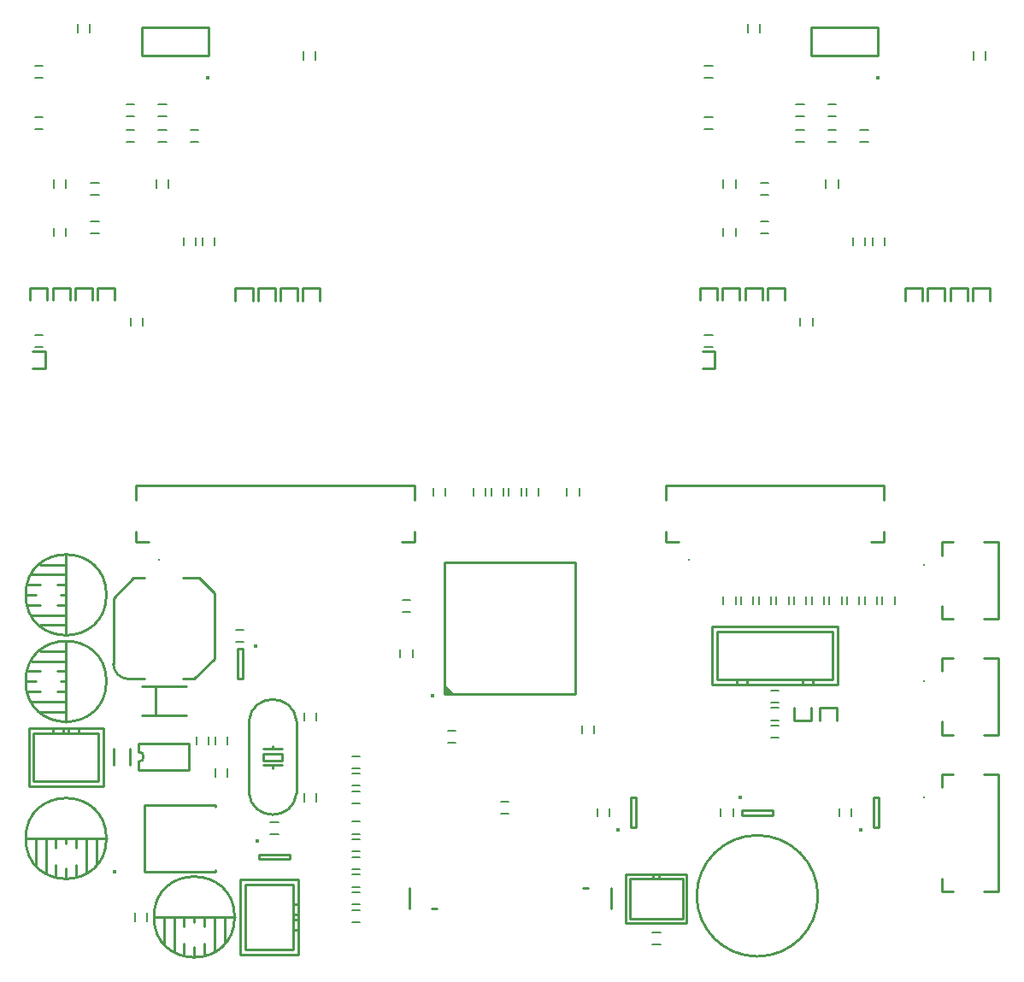
<source format=gbr>
G04 DipTrace 3.2.0.1*
G04 Íèæíÿÿìàðêèðîâêà.gbr*
%MOIN*%
G04 #@! TF.FileFunction,Legend,Bot*
G04 #@! TF.Part,Single*
%ADD10C,0.009843*%
%ADD20C,0.007874*%
%ADD26C,0.015408*%
%ADD29C,0.016398*%
%ADD41C,0.015422*%
%ADD43C,0.015404*%
%ADD45C,0.011811*%
%ADD48O,0.011707X0.011811*%
%ADD51C,0.011887*%
%ADD52C,0.011811*%
%ADD55C,0.015403*%
%FSLAX26Y26*%
G04*
G70*
G90*
G75*
G01*
G04 BotSilk*
%LPD*%
X2696850Y285433D2*
D10*
G02X2696850Y285433I236220J0D01*
G01*
X1383854Y574801D2*
D20*
X1352367D1*
X1383854Y527561D2*
X1352367D1*
Y714569D2*
X1383854D1*
X1352367Y761809D2*
X1383854D1*
X1352367Y645671D2*
X1383854D1*
X1352367Y692911D2*
X1383854D1*
Y230313D2*
X1352367D1*
X1383854Y183073D2*
X1352367D1*
X1383854Y299211D2*
X1352367D1*
X1383854Y251970D2*
X1352367D1*
X1383854Y368108D2*
X1352367D1*
X1383854Y320868D2*
X1352367D1*
X1383854Y437006D2*
X1352367D1*
X1383854Y389766D2*
X1352367D1*
X1383854Y505904D2*
X1352367D1*
X1383854Y458663D2*
X1352367D1*
X1383854Y830707D2*
X1352367D1*
X1383854Y783467D2*
X1352367D1*
X744884Y906246D2*
Y874759D1*
X792124Y906246D2*
Y874759D1*
X79766Y1121753D2*
D10*
G02X79766Y1121753I157480J0D01*
G01*
X237247Y1279234D2*
Y964273D1*
Y1161123D2*
X201814D1*
X237247Y1200493D2*
X103388D1*
X79766Y1121753D2*
X119136D1*
X134885Y1161123D2*
X87640D1*
X217562Y1121753D2*
X237247D1*
Y1082383D2*
X201814D1*
X237247Y1239864D2*
X134885D1*
X237247Y1043013D2*
X103388D1*
X134885Y1082383D2*
X87640D1*
X237247Y1003643D2*
X134885D1*
X79766Y1459251D2*
G02X79766Y1459251I157480J0D01*
G01*
X237247Y1616731D2*
Y1301770D1*
Y1498621D2*
X201814D1*
X237247Y1537991D2*
X103388D1*
X79766Y1459251D2*
X119136D1*
X134885Y1498621D2*
X87640D1*
X217562Y1459251D2*
X237247D1*
Y1419881D2*
X201814D1*
X237247Y1577361D2*
X134885D1*
X237247Y1380510D2*
X103388D1*
X134885Y1419881D2*
X87640D1*
X237247Y1341140D2*
X134885D1*
X79774Y509251D2*
G02X79774Y509251I157480J0D01*
G01*
X394735D1*
X197885D2*
Y473818D1*
X158514Y509251D2*
Y375392D1*
X237255Y351770D2*
Y391140D1*
X197885Y406888D2*
Y359644D1*
X237255Y489566D2*
Y509251D1*
X276625D2*
Y473818D1*
X119144Y509251D2*
Y406888D1*
X315995Y509251D2*
Y375392D1*
X276625Y406888D2*
Y359644D1*
X355365Y509251D2*
Y406888D1*
X554624Y187259D2*
D20*
Y218746D1*
X507384Y187259D2*
Y218746D1*
X579773Y203003D2*
D10*
G02X579773Y203003I157480J0D01*
G01*
X894734D1*
X697883D2*
Y167570D1*
X658513Y203003D2*
Y69144D1*
X737253Y45522D2*
Y84892D1*
X697883Y100640D2*
Y53396D1*
X737253Y183318D2*
Y203003D1*
X776623D2*
Y167570D1*
X619143Y203003D2*
Y100640D1*
X815993Y203003D2*
Y69144D1*
X776623Y100640D2*
Y53396D1*
X855364Y203003D2*
Y100640D1*
X1167325Y999995D2*
D20*
Y968509D1*
X1214565Y999995D2*
Y968509D1*
Y653548D2*
Y685035D1*
X1167325Y653548D2*
Y685035D1*
X2917321Y1421265D2*
Y1452751D1*
X2870081Y1421265D2*
Y1452751D1*
X3055116Y1421265D2*
Y1452751D1*
X3007876Y1421265D2*
Y1452751D1*
X3192911Y1421265D2*
Y1452751D1*
X3145671Y1421265D2*
Y1452751D1*
X3330707Y1421265D2*
Y1452751D1*
X3283467Y1421265D2*
Y1452751D1*
X3468502Y1421265D2*
Y1452751D1*
X3421262Y1421265D2*
Y1452751D1*
X1826774Y1875980D2*
Y1844493D1*
X1874014Y1875980D2*
Y1844493D1*
X1895671Y1875980D2*
Y1844493D1*
X1942911Y1875980D2*
Y1844493D1*
X1757869Y929132D2*
X1726383D1*
X1757869Y881892D2*
X1726383D1*
X1588581Y1214572D2*
Y1246058D1*
X1541341Y1214572D2*
Y1246058D1*
X1580704Y1440943D2*
X1549217D1*
X1580704Y1393703D2*
X1549217D1*
X1669293Y1875980D2*
Y1844493D1*
X1716533Y1875980D2*
Y1844493D1*
X2190947Y1875980D2*
Y1844493D1*
X2238187Y1875980D2*
Y1844493D1*
X2297242Y919296D2*
Y950783D1*
X2250002Y919296D2*
Y950783D1*
X1964562Y653541D2*
X1933076D1*
X1964562Y606301D2*
X1933076D1*
X542786Y379326D2*
D10*
Y639168D1*
X818375Y379326D2*
X542786D1*
X818375D2*
Y387191D1*
Y639168D2*
X542786D1*
X818375D2*
Y631303D1*
D26*
X427840Y380259D3*
X1712567Y1072803D2*
D10*
X2224441D1*
Y1584677D1*
X1712567D1*
Y1072803D1*
G36*
D2*
Y1108276D1*
Y1072803D1*
G37*
G36*
D2*
Y1112224D1*
X1751988Y1072803D1*
X1712567D1*
G37*
D29*
X1664947Y1067348D3*
X520077Y879190D2*
D10*
X716931D1*
X520077Y776813D2*
X716931D1*
Y879190D2*
Y776813D1*
X520077Y847696D2*
Y879190D1*
Y808307D2*
Y776813D1*
Y847696D2*
G02X520077Y808307I-9J-19694D01*
G01*
X1574744Y235999D2*
Y314875D1*
X1663304Y235999D2*
X1683063D1*
X2362264Y314875D2*
Y235999D1*
X2273703Y314875D2*
X2253945D1*
X2527742Y370070D2*
X2551382D1*
Y354216D1*
X2527742D1*
Y370070D1*
X2437065Y354216D2*
X2641707D1*
Y196658D1*
X2437065D1*
Y354216D1*
X2421187Y370070D2*
X2657584D1*
Y181000D1*
X2421187D1*
Y370070D1*
X421539Y1446106D2*
X500317Y1524856D1*
X421539Y1190220D2*
G03X480623Y1131147I60367J1294D01*
G01*
X736652D2*
X815430Y1209897D1*
Y1465783D2*
X756347Y1524856D1*
X421539Y1190220D2*
Y1446106D1*
X815430Y1209897D2*
Y1465783D1*
X693324Y1131147D2*
X736652D1*
X543645D2*
X480623D1*
X500317Y1524856D2*
X543645D1*
X756347D2*
X693324D1*
X2555113Y141730D2*
D20*
X2523627D1*
X2555113Y94490D2*
X2523627D1*
X2356297Y594493D2*
Y625980D1*
X2309057Y594493D2*
Y625980D1*
X867124Y874759D2*
Y906246D1*
X819884Y874759D2*
Y906246D1*
X867124Y749758D2*
Y781245D1*
X819884Y749758D2*
Y781245D1*
X487501Y796509D2*
D10*
Y859493D1*
X424507Y796509D2*
Y859493D1*
X3017712Y1017715D2*
D20*
X2986225D1*
X3017712Y970474D2*
X2986225D1*
X3017712Y948817D2*
X2986225D1*
X3017712Y901577D2*
X2986225D1*
X3017712Y1086612D2*
X2986225D1*
X3017712Y1039372D2*
X2986225D1*
X3301179Y594493D2*
Y625980D1*
X3253939Y594493D2*
Y625980D1*
X2801183Y1452751D2*
Y1421265D1*
X2848423Y1452751D2*
Y1421265D1*
X2938978Y1452751D2*
Y1421265D1*
X2986219Y1452751D2*
Y1421265D1*
X3076774Y1452751D2*
Y1421265D1*
X3124014Y1452751D2*
Y1421265D1*
X3214569Y1452751D2*
Y1421265D1*
X3261809Y1452751D2*
Y1421265D1*
X3352364Y1452751D2*
Y1421265D1*
X3399604Y1452751D2*
Y1421265D1*
X2011809Y1844493D2*
Y1875980D1*
X1964569Y1844493D2*
Y1875980D1*
X2080707Y1844493D2*
Y1875980D1*
X2033467Y1844493D2*
Y1875980D1*
X931098Y1322833D2*
X899611D1*
X931098Y1275593D2*
X899611D1*
X1065498Y573965D2*
X1034011D1*
X1065498Y526725D2*
X1034011D1*
X2838581Y594493D2*
Y625980D1*
X2791341Y594493D2*
Y625980D1*
X531891Y989661D2*
D10*
X705117D1*
X531891Y1103837D2*
X705117D1*
X585035Y989661D2*
Y1103837D1*
X3175191Y1017717D2*
Y970454D1*
X3242131Y1017717D2*
Y970454D1*
X3177169Y1017717D2*
X3242124D1*
X3143706Y970472D2*
Y1017735D1*
X3076766Y970472D2*
Y1017735D1*
X3141729Y970472D2*
X3076773D1*
D41*
X975339Y1259195D3*
X925197Y1249995D2*
D10*
Y1131890D1*
X905512D1*
Y1249995D1*
X925197D1*
D41*
X2390803Y541986D3*
X2440945Y551186D2*
D10*
Y669291D1*
X2460630D1*
Y551186D1*
X2440945D1*
D43*
X981503Y497828D3*
X990704Y447686D2*
D10*
X1108808D1*
Y428001D1*
X990704D1*
Y447686D1*
D43*
X2864820Y670221D3*
X2874021Y620079D2*
D10*
X2992126D1*
Y600394D1*
X2874021D1*
Y620079D1*
D41*
X3335685Y541986D3*
X3385827Y551186D2*
D10*
Y669291D1*
X3405512D1*
Y551186D1*
X3385827D1*
D45*
X3584638Y1122085D3*
X3653557Y1212624D2*
D10*
Y1161411D1*
X3874016Y913398D2*
Y1212624D1*
X3653557D2*
X3694867D1*
X3874016D2*
X3816937D1*
X3653557Y913361D2*
Y964573D1*
Y913361D2*
X3694867D1*
X3874016D2*
X3816937D1*
D48*
X2667294Y1596449D3*
X2576704Y1665368D2*
D10*
X2627992D1*
X3427233Y1885827D2*
X2576704D1*
Y1665368D2*
Y1706678D1*
Y1885827D2*
Y1828748D1*
X3427233Y1665368D2*
X3375945D1*
X3427233D2*
Y1706678D1*
Y1885827D2*
Y1828748D1*
D51*
X600409Y1596449D3*
X509861Y1665368D2*
D10*
X561020D1*
X1596554Y1885827D2*
X509861D1*
Y1665368D2*
Y1706678D1*
Y1885827D2*
Y1828748D1*
X1596438Y1665368D2*
X1545279D1*
X1596438D2*
Y1706678D1*
Y1885827D2*
Y1828748D1*
X2854340Y1127963D2*
Y1108268D1*
X2893688Y1127963D2*
Y1108268D1*
X3110249Y1127963D2*
Y1108268D1*
X3149597Y1127963D2*
Y1108268D1*
X2757874Y1334646D2*
X3246063D1*
Y1108268D1*
X2757874D1*
Y1334646D1*
X2777548Y1314951D2*
X3226389D1*
Y1127963D1*
X2777548D1*
Y1314951D1*
X286454Y919575D2*
Y939270D1*
X247094Y919575D2*
Y939270D1*
X227399Y919575D2*
Y939270D1*
X188040Y919575D2*
Y939270D1*
X382916Y712892D2*
X91577D1*
Y939270D1*
X382916D1*
Y712892D1*
X363222Y732587D2*
X111272D1*
Y919575D1*
X363222D1*
Y732587D1*
X1122579Y153796D2*
X1142274D1*
X1122579Y193155D2*
X1142274D1*
X1122579Y212850D2*
X1142274D1*
X1122579Y252210D2*
X1142274D1*
X915896Y57333D2*
X1142274D1*
Y348672D1*
X915896D1*
Y57333D1*
X935591Y77028D2*
X1122579D1*
Y328977D1*
X935591D1*
Y77028D1*
D52*
X3584638Y669317D3*
X3653557Y759858D2*
D10*
Y708671D1*
X3874016Y303134D2*
Y759858D1*
X3653557D2*
X3694867D1*
X3874016D2*
X3816937D1*
X3653557Y303134D2*
Y354321D1*
Y303134D2*
X3694867D1*
X3874016D2*
X3816937D1*
D45*
X3584638Y1574841D3*
X3653557Y1665380D2*
D10*
Y1614167D1*
X3874016Y1366154D2*
Y1665380D1*
X3653557D2*
X3694867D1*
X3874016D2*
X3816937D1*
X3653557Y1366117D2*
Y1417329D1*
Y1366117D2*
X3694867D1*
X3874016D2*
X3816937D1*
X1136181Y966436D2*
Y687107D1*
X950433Y966436D2*
Y687107D1*
X1005805Y839264D2*
X1080810D1*
Y814279D1*
X1005805D1*
Y839264D1*
Y858003D2*
X1080810D1*
X1005805Y795540D2*
X1080810D1*
X1043307D2*
Y783003D1*
Y858003D2*
Y870540D1*
X950433Y966436D2*
G02X1136181Y966436I92874J-8216D01*
G01*
Y687107D2*
G02X950433Y687107I-92874J8216D01*
G01*
X282598Y3684657D2*
D20*
Y3653170D1*
X329838Y3684657D2*
Y3653170D1*
X115493Y3476561D2*
X146980D1*
X115493Y3523801D2*
X146980D1*
X115493Y3276582D2*
X146980D1*
X115493Y3323822D2*
X146980D1*
X770047Y2853494D2*
Y2822007D1*
X817287Y2853494D2*
Y2822007D1*
X115493Y2426671D2*
X146980D1*
X115493Y2473911D2*
X146980D1*
X1163755Y3578418D2*
Y3546931D1*
X1210995Y3578418D2*
Y3546931D1*
X628179Y3273827D2*
X596692D1*
X628179Y3226587D2*
X596692D1*
X188858Y2890990D2*
Y2859503D1*
X236098Y2890990D2*
Y2859503D1*
Y3046984D2*
Y3078470D1*
X188858Y3046984D2*
Y3078470D1*
D55*
X791311Y3474551D3*
X792350Y3563801D2*
D10*
X532520D1*
X792350Y3674037D2*
X532520D1*
Y3563801D2*
Y3674037D1*
X792350Y3563801D2*
Y3674037D1*
X742295Y2822007D2*
D20*
Y2853494D1*
X695054Y2822007D2*
Y2853494D1*
X365707Y2917615D2*
X334220D1*
X365707Y2870375D2*
X334220D1*
X753166Y3273827D2*
X721679D1*
X753166Y3226587D2*
X721679D1*
X588816Y3078470D2*
Y3046984D1*
X636056Y3078470D2*
Y3046984D1*
X536066Y2509540D2*
Y2541027D1*
X488826Y2509540D2*
Y2541027D1*
X334220Y3020359D2*
X365707D1*
X334220Y3067599D2*
X365707D1*
X503192Y3373817D2*
X471706D1*
X503192Y3326577D2*
X471706D1*
X503192Y3273827D2*
X471706D1*
X503192Y3226587D2*
X471706D1*
X628179Y3373817D2*
X596692D1*
X628179Y3326577D2*
X596692D1*
X1072916Y2654892D2*
D10*
Y2607629D1*
X1139856Y2654892D2*
Y2607629D1*
X1074893Y2654892D2*
X1139849D1*
X985425D2*
Y2607629D1*
X1052365Y2654892D2*
Y2607629D1*
X987402Y2654892D2*
X1052358D1*
X897934D2*
Y2607629D1*
X964874Y2654892D2*
Y2607629D1*
X899911Y2654892D2*
X964867D1*
X1160407D2*
Y2607629D1*
X1227347Y2654892D2*
Y2607629D1*
X1162384Y2654892D2*
X1227340D1*
X360239Y2655144D2*
Y2607881D1*
X427179Y2655144D2*
Y2607881D1*
X362216Y2655144D2*
X427172D1*
X97766D2*
Y2607881D1*
X164706Y2655144D2*
Y2607881D1*
X99743Y2655144D2*
X164699D1*
X185257D2*
Y2607881D1*
X252197Y2655144D2*
Y2607881D1*
X187234Y2655144D2*
X252190D1*
X272748D2*
Y2607881D1*
X339688Y2655144D2*
Y2607881D1*
X274725Y2655144D2*
X339681D1*
X154858Y2408769D2*
X107595D1*
X154858Y2341829D2*
X107595D1*
X154858Y2406792D2*
Y2341836D1*
X2894745Y3684657D2*
D20*
Y3653170D1*
X2941985Y3684657D2*
Y3653170D1*
X2727640Y3476561D2*
X2759127D1*
X2727640Y3523801D2*
X2759127D1*
X2727640Y3276582D2*
X2759127D1*
X2727640Y3323822D2*
X2759127D1*
X3382194Y2853494D2*
Y2822007D1*
X3429434Y2853494D2*
Y2822007D1*
X2727640Y2426671D2*
X2759127D1*
X2727640Y2473911D2*
X2759127D1*
X3775902Y3578418D2*
Y3546931D1*
X3823142Y3578418D2*
Y3546931D1*
X3240326Y3273827D2*
X3208839D1*
X3240326Y3226587D2*
X3208839D1*
X2801005Y2890990D2*
Y2859503D1*
X2848245Y2890990D2*
Y2859503D1*
Y3046984D2*
Y3078470D1*
X2801005Y3046984D2*
Y3078470D1*
D55*
X3403458Y3474551D3*
X3404497Y3563801D2*
D10*
X3144667D1*
X3404497Y3674037D2*
X3144667D1*
Y3563801D2*
Y3674037D1*
X3404497Y3563801D2*
Y3674037D1*
X3354442Y2822007D2*
D20*
Y2853494D1*
X3307201Y2822007D2*
Y2853494D1*
X2977854Y2917615D2*
X2946367D1*
X2977854Y2870375D2*
X2946367D1*
X3365313Y3273827D2*
X3333826D1*
X3365313Y3226587D2*
X3333826D1*
X3200963Y3078470D2*
Y3046984D1*
X3248203Y3078470D2*
Y3046984D1*
X3148213Y2509540D2*
Y2541027D1*
X3100973Y2509540D2*
Y2541027D1*
X2946367Y3020359D2*
X2977854D1*
X2946367Y3067599D2*
X2977854D1*
X3115339Y3373817D2*
X3083852D1*
X3115339Y3326577D2*
X3083852D1*
X3115339Y3273827D2*
X3083852D1*
X3115339Y3226587D2*
X3083852D1*
X3240326Y3373817D2*
X3208839D1*
X3240326Y3326577D2*
X3208839D1*
X3685063Y2654892D2*
D10*
Y2607629D1*
X3752003Y2654892D2*
Y2607629D1*
X3687040Y2654892D2*
X3751996D1*
X3597572D2*
Y2607629D1*
X3664512Y2654892D2*
Y2607629D1*
X3599549Y2654892D2*
X3664505D1*
X3510081D2*
Y2607629D1*
X3577021Y2654892D2*
Y2607629D1*
X3512058Y2654892D2*
X3577014D1*
X3772554D2*
Y2607629D1*
X3839494Y2654892D2*
Y2607629D1*
X3774531Y2654892D2*
X3839487D1*
X2972386Y2655144D2*
Y2607881D1*
X3039326Y2655144D2*
Y2607881D1*
X2974363Y2655144D2*
X3039319D1*
X2709913D2*
Y2607881D1*
X2776853Y2655144D2*
Y2607881D1*
X2711890Y2655144D2*
X2776846D1*
X2797404D2*
Y2607881D1*
X2864344Y2655144D2*
Y2607881D1*
X2799381Y2655144D2*
X2864337D1*
X2884895D2*
Y2607881D1*
X2951835Y2655144D2*
Y2607881D1*
X2886872Y2655144D2*
X2951828D1*
X2767005Y2408769D2*
X2719742D1*
X2767005Y2341829D2*
X2719742D1*
X2767005Y2406792D2*
Y2341836D1*
M02*

</source>
